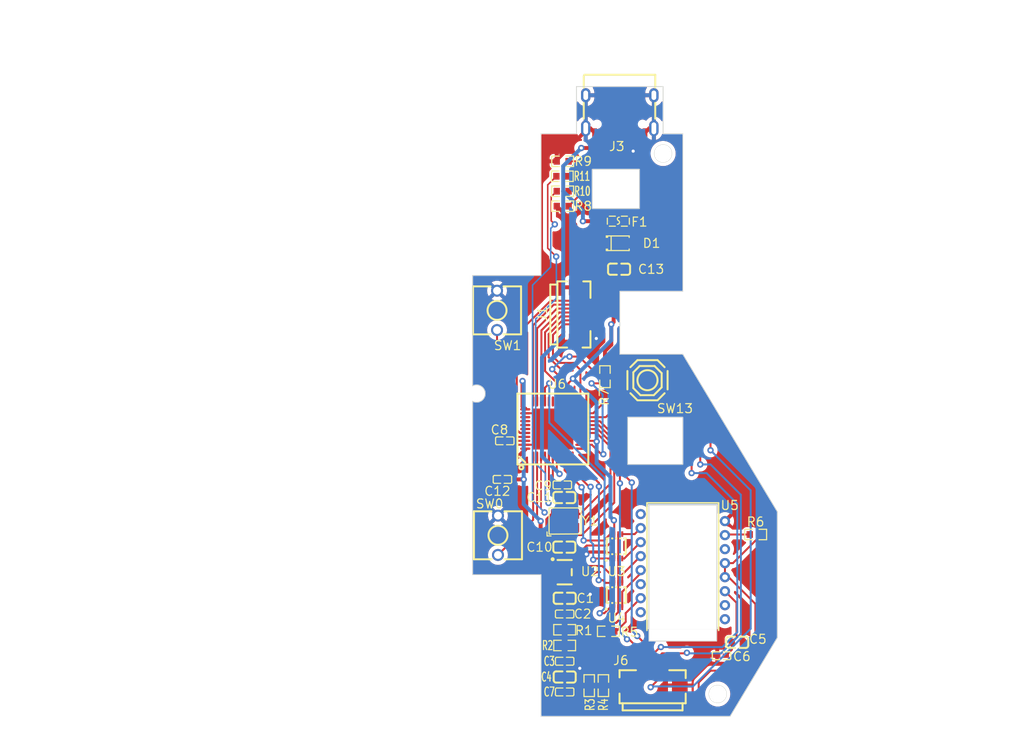
<source format=kicad_pcb>
(kicad_pcb (version 20221018) (generator pcbnew)
  (layers (0 "F.Cu" signal) (31 "B.Cu" signal) (34 "B.Paste" user) (35 "F.Paste" user) (36 "B.SilkS" user "B.Silkscreen") (37 "F.SilkS" user "F.Silkscreen") (38 "B.Mask" user) (39 "F.Mask" user) (44 "Edge.Cuts" user))
  (net 0 "")
  (net 1 "GND")
  (net 2 "RE0B")
  (net 3 "RE0A")
  (net 4 "NCS")
  (net 5 "MOSI")
  (net 6 "MISO")
  (net 7 "SCLK")
  (net 8 "VCC")
  (net 9 "RESET")
  (net 10 "Net-(U2-FB)")
  (net 11 "Net-(U2-OUT)")
  (net 12 "NCS1.9V")
  (net 13 "SCLK1.9V")
  (net 14 "MISO1.9V")
  (net 15 "MOSI1.9V")
  (net 16 "Net-(U5-VDDPIX)")
  (net 17 "Net-(U5-~{RESET})")
  (net 19 "Net-(U5-LED_P)")
  (net 20 "SW8")
  (net 21 "SW6")
  (net 22 "SW5")
  (net 23 "SW7")
  (net 24 "SW4")
  (net 25 "SW3")
  (net 26 "SW2")
  (net 27 "SW1")
  (net 28 "SW0")
  (net 29 "SW9")
  (net 30 "SW10")
  (net 31 "SW11")
  (net 32 "D-")
  (net 33 "D+")
  (net 34 "Net-(J3-CC1)")
  (net 35 "Net-(J3-CC2)")
  (net 36 "Net-(U6-XTAL1)")
  (net 37 "Net-(U6-XTAL2)")
  (net 38 "Net-(U6-AREF)")
  (net 39 "Net-(U6-UCAP)")
  (net 40 "VBUS")
  (net 52 "Net-(J3-D--Pad5)")
  (net 53 "Net-(J3-D+-Pad6)")
  (net 55 "Net-(D1-A)")
  (footprint "0:C0402" (layer "F.Cu") (at 121.388 107.6)
    (fp_text reference "C9")
    (fp_text value "1uF" hide)
  )
  (footprint "0:FFCｺﾈｸﾀ_FPC-SMD_P0.50-8P_FGS-XJ-H2.0" (layer "F.Cu") (at 132.85 131.74 180)
    (fp_text reference "J6")
    (fp_text value "Conn_01x8_Pin + 2" hide)
  )
  (footprint "0:TPS73601DBVR C59200" (layer "F.Cu") (at 121.683 118.69 180)
    (fp_text reference "U2")
    (fp_text value "TPS73601DBV" hide)
  )
  (footprint "0:C0603" (layer "F.Cu") (at 143.6 127.6)
    (fp_text reference "C5")
    (fp_text value "10uF" hide)
  )
  (footprint "0:C0603" (layer "F.Cu") (at 128.6 80.2)
    (fp_text reference "C13")
    (fp_text value "10uF" hide)
  )
  (footprint "0:C0402" (layer "F.Cu") (at 114.083 102 180)
    (fp_text reference "C8")
    (fp_text value "0.1uF" hide)
  )
  (footprint "0:R0603" (layer "F.Cu") (at 126.6 133.1 90)
    (fp_text reference "R4")
    (fp_text value "10k" hide)
  )
  (footprint "0:R0603" (layer "F.Cu") (at 121.383 68.39)
    (fp_text reference "R11")
    (fp_text value "22" hide)
  )
  (footprint "0:C0402" (layer "F.Cu") (at 121.683 130 180)
    (fp_text reference "C3")
    (fp_text value "0.1uF" hide)
  )
  (footprint "0:hole 2.2mm" (layer "F.Cu") (at 141.116 134.163)
    (fp_text reference "REF**" hide)
    (fp_text value "hole 2.2mm" hide)
  )
  (footprint "0:R0603" (layer "F.Cu") (at 121.43 66.49)
    (fp_text reference "R9")
    (fp_text value "5.1k" hide)
  )
  (footprint "0:R0603" (layer "F.Cu") (at 121.683 128 180)
    (fp_text reference "R2")
    (fp_text value "63.4k" hide)
  )
  (footprint "PMW3360DM-T2QU:PMW3360" (layer "F.Cu") (at 136.683 117.985 180)
    (fp_text reference "U5")
    (fp_text value "PMW3360DM-T2QU" hide)
    (fp_line (start -4.445 -7.9375) (end 4.445 -7.9375) (stroke (width 0.01)) (layer "Edge.Cuts"))
    (fp_line (start -4.445 7.9375) (end -4.445 -7.9375) (stroke (width 0.01)) (layer "Edge.Cuts"))
    (fp_line (start 4.445 -7.9375) (end 4.445 7.9375) (stroke (width 0.01)) (layer "Edge.Cuts"))
    (fp_line (start 4.445 7.9375) (end -4.445 7.9375) (stroke (width 0.01)) (layer "Edge.Cuts"))
  )
  (footprint "0:R0603" (layer "F.Cu") (at 127.233 126.2 180)
    (fp_text reference "R5")
    (fp_text value "39" hide)
  )
  (footprint "0:C0603" (layer "F.Cu") (at 121.633 115.5 180)
    (fp_text reference "C10")
    (fp_text value "22p" hide)
  )
  (footprint "0:hole 2.2mm" (layer "F.Cu") (at 134.183 65.5)
    (fp_text reference "REF**" hide)
    (fp_text value "hole 2.2mm" hide)
  )
  (footprint "0:R0603" (layer "F.Cu") (at 145.933 113.9 180)
    (fp_text reference "R6")
    (fp_text value "10k" hide)
  )
  (footprint "0:R0603" (layer "F.Cu") (at 121.43 70.29)
    (fp_text reference "R10")
    (fp_text value "22" hide)
  )
  (footprint "0:SW-SMD_4P-L5.1-W5.1-P3.70-LS6.5-TL-2" (layer "F.Cu") (at 132.2 94.3)
    (fp_text reference "SW13")
    (fp_text value "SW_RESET" hide)
  )
  (footprint "0:C0402" (layer "F.Cu") (at 121.683 133.9 180)
    (fp_text reference "C7")
    (fp_text value "0.1uF" hide)
  )
  (footprint "0:SW-TH_L6.2-W6.2-P5.00" (layer "F.Cu") (at 113.217 114 -90)
    (fp_text reference "SW0")
    (fp_text value "SW_PUSH" hide)
  )
  (footprint "0:Diode SOD-123FL_L2.7-W1.8-LS3.8-RD" (layer "F.Cu") (at 128.5 76.9)
    (fp_text reference "D1")
    (fp_text value "RB161MM-20" hide)
  )
  (footprint "0:TXS0102DCUR C53434" (layer "F.Cu") (at 128.233 115.4)
    (fp_text reference "U3")
    (fp_text value "TXS0102DCU" hide)
  )
  (footprint "0:ATMEGA32U4-MU VQFN-44_L7.0-W7.0-P0.50-BL-EP5.2" (layer "F.Cu") (at 120.183 100.5)
    (fp_text reference "U6")
    (fp_text value "ATmega32U4-M" hide)
  )
  (footprint "0:C0603" (layer "F.Cu") (at 121.683 132 180)
    (fp_text reference "C4")
    (fp_text value "10uF" hide)
  )
  (footprint "0:Crystals ROHS 16MHz OSC-SMD_4P-L3.2-W2.5-BL" (layer "F.Cu") (at 121.733 112.175)
    (fp_text reference "Y1")
    (fp_text value "16MHz" hide)
  )
  (footprint "0:C0603" (layer "F.Cu") (at 121.683 122 180)
    (fp_text reference "C1")
    (fp_text value "10uF" hide)
  )
  (footprint "0:Fuse 0603" (layer "F.Cu") (at 128.5 74.1 180)
    (fp_text reference "F1")
    (fp_text value "500mA" hide)
  )
  (footprint "0:R0603" (layer "F.Cu") (at 121.436 72.19)
    (fp_text reference "R8")
    (fp_text value "5.1k" hide)
  )
  (footprint "0:USB-C-SMD_TYPE-C-6PIN-2MD-073" (layer "F.Cu") (at 128.683 60.475 180)
    (fp_text reference "J3")
    (fp_text value "USB_C_Receptacle_USB2.0" hide)
  )
  (footprint "0:SW-TH_L6.2-W6.2-P5.00" (layer "F.Cu") (at 113.1 85.428 -90)
    (fp_text reference "SW1")
    (fp_text value "SW_PUSH" hide)
  )
  (footprint "0:C0402" (layer "F.Cu") (at 141.6 129.3 180)
    (fp_text reference "C6")
    (fp_text value "0.1uF" hide)
  )
  (footprint "0:C0402" (layer "F.Cu") (at 121.683 124 180)
    (fp_text reference "C2")
    (fp_text value "0.1uF" hide)
  )
  (footprint "0:R0603" (layer "F.Cu") (at 124.8 133.1 90)
    (fp_text reference "R3")
    (fp_text value "10k" hide)
  )
  (footprint "0:FFCｺﾈｸﾀ_FPC-SMD_P0.50-8P_FGS-XJ-H2.0" (layer "F.Cu") (at 124.36 85.95 90)
    (fp_text reference "J1")
    (fp_text value "Conn_01x8_Pin + 2" hide)
  )
  (footprint "0:TXS0102DCUR C53434" (layer "F.Cu") (at 128.233 121.6)
    (fp_text reference "U4")
    (fp_text value "TXS0102DCU" hide)
  )
  (footprint "0:C0603" (layer "F.Cu") (at 121.633 109.2 180)
    (fp_text reference "C11")
    (fp_text value "22p" hide)
  )
  (footprint "0:R0603" (layer "F.Cu") (at 126.8 93.853 90)
    (fp_text reference "R7")
    (fp_text value "10k" hide)
  )
  (footprint "0:R0603" (layer "F.Cu") (at 121.683 126 180)
    (fp_text reference "R1")
    (fp_text value "37.4k" hide)
  )
  (footprint "0:C0402" (layer "F.Cu") (at 113.783 106.9 180)
    (fp_text reference "C12")
    (fp_text value "0.1uF" hide)
  )
  (gr_line (start 123.183 57) (end 134.183 57) (stroke (width 0.1)) (layer "Edge.Cuts"))
  (gr_line (start 125.183 72.5) (end 125.183 67.5) (stroke (width 0.1)) (layer "Edge.Cuts"))
  (gr_line (start 128.683 91) (end 136.683 91) (stroke (width 0.1)) (layer "Edge.Cuts"))
  (gr_line (start 131.183 67.5) (end 131.183 72.5) (stroke (width 0.1)) (layer "Edge.Cuts"))
  (gr_line (start 136.683 83) (end 128.683 83) (stroke (width 0.1)) (layer "Edge.Cuts"))
  (gr_arc (start 110 95.020001) (mid 111.600181 96) (end 110 96.979999) (stroke (width 0.1)) (layer "Edge.Cuts"))
  (gr_line (start 125.183 72.5) (end 131.183 72.5) (stroke (width 0.1)) (layer "Edge.Cuts"))
  (gr_line (start 123.183 63) (end 123.183 57) (stroke (width 0.1)) (layer "Edge.Cuts"))
  (gr_line (start 110 81) (end 110 95.02) (stroke (width 0.1)) (layer "Edge.Cuts"))
  (gr_line (start 118.683 137) (end 118.683 119) (stroke (width 0.1)) (layer "Edge.Cuts"))
  (gr_line (start 129.683 99) (end 136.683 99) (stroke (width 0.1)) (layer "Edge.Cuts"))
  (gr_line (start 132.383 127.44) (end 132.383 110.18) (stroke (width 0.1)) (layer "Edge.Cuts"))
  (gr_circle (center 134.183 65.5) (end 135.283 65.5) (stroke (width 0.1)) (fill none) (layer "Edge.Cuts"))
  (gr_line (start 148.683 127) (end 142.683 137) (stroke (width 0.1)) (layer "Edge.Cuts"))
  (gr_line (start 118.683 119) (end 110 119) (stroke (width 0.1)) (layer "Edge.Cuts"))
  (gr_line (start 136.683 91) (end 148.683 111) (stroke (width 0.1)) (layer "Edge.Cuts"))
  (gr_line (start 140.983 110.18) (end 140.983 127.44) (stroke (width 0.1)) (layer "Edge.Cuts"))
  (gr_circle (center 141.116 134.163) (end 142.216 134.163) (stroke (width 0.1)) (fill none) (layer "Edge.Cuts"))
  (gr_line (start 132.383 127.44) (end 140.983 127.44) (stroke (width 0.1)) (layer "Edge.Cuts"))
  (gr_line (start 136.683 63) (end 136.683 83) (stroke (width 0.1)) (layer "Edge.Cuts"))
  (gr_line (start 118.683 81) (end 118.683 63) (stroke (width 0.1)) (layer "Edge.Cuts"))
  (gr_line (start 134.183 63) (end 136.683 63) (stroke (width 0.1)) (layer "Edge.Cuts"))
  (gr_line (start 148.683 111) (end 148.683 127) (stroke (width 0.1)) (layer "Edge.Cuts"))
  (gr_line (start 128.683 83) (end 128.683 91) (stroke (width 0.1)) (layer "Edge.Cuts"))
  (gr_line (start 136.683 105) (end 129.683 105) (stroke (width 0.1)) (layer "Edge.Cuts"))
  (gr_line (start 132.383 110.18) (end 140.983 110.18) (stroke (width 0.1)) (layer "Edge.Cuts"))
  (gr_line (start 134.183 57) (end 134.183 63) (stroke (width 0.1)) (layer "Edge.Cuts"))
  (gr_line (start 118.683 137) (end 142.683 137) (stroke (width 0.1)) (layer "Edge.Cuts"))
  (gr_line (start 136.683 99) (end 136.683 105) (stroke (width 0.1)) (layer "Edge.Cuts"))
  (gr_line (start 110 81) (end 118.683 81) (stroke (width 0.1)) (layer "Edge.Cuts"))
  (gr_line (start 110 119) (end 110 96.98) (stroke (width 0.1)) (layer "Edge.Cuts"))
  (gr_line (start 118.683 63) (end 123.183 63) (stroke (width 0.1)) (layer "Edge.Cuts"))
  (gr_line (start 125.183 67.5) (end 131.183 67.5) (stroke (width 0.1)) (layer "Edge.Cuts"))
  (gr_line (start 129.683 105) (end 129.683 99) (stroke (width 0.1)) (layer "Edge.Cuts"))
  (segment (start 120.833 111.3) (end 120.633 111.3) (width 0.5) (layer "F.Cu") (net 1))
  (segment (start 119.683 104) (end 119.683 107.95) (width 0.25) (layer "F.Cu") (net 1))
  (segment (start 127.846 116.2) (end 124.633 116.2) (width 0.25) (layer "F.Cu") (net 1))
  (segment (start 124.933 62.3) (end 125.483 62.85) (width 0.5) (layer "F.Cu") (net 1))
  (segment (start 113.908 102.595) (end 113.538 102.225) (width 0.25) (layer "F.Cu") (net 1))
  (segment (start 115.253 102.595) (end 113.908 102.595) (width 0.25) (layer "F.Cu") (net 1))
  (segment (start 123.02 74.527) (end 123.02 82.5) (width 0.5) (layer "F.Cu") (net 1))
  (segment (start 124.358 62.625) (end 124.358 62.3) (width 0.5) (layer "F.Cu") (net 1))
  (segment (start 118.183 102.5) (end 120.183 100.5) (width 0.25) (layer "F.Cu") (net 1))
  (segment (start 119.683 107.95) (end 120.933 109.2) (width 0.25) (layer "F.Cu") (net 1))
  (segment (start 124.72 87.7) (end 123.02 89.4) (width 0.25) (layer "F.Cu") (net 1))
  (segment (start 119.483 112) (end 120.183 111.3) (width 0.5) (layer "F.Cu") (net 1))
  (segment (start 124.633 116.2) (end 124.433 116.4) (width 0.25) (layer "F.Cu") (net 1))
  (segment (start 120.93 128) (end 120.077 127.147) (width 0.5) (layer "F.Cu") (net 1))
  (segment (start 120.933 111) (end 120.633 111.3) (width 0.5) (layer "F.Cu") (net 1))
  (segment (start 120.077 125.061) (end 121.138 124) (width 0.5) (layer "F.Cu") (net 1))
  (segment (start 121.933 107.6) (end 121.933 108.075) (width 0.5) (layer "F.Cu") (net 1))
  (segment (start 119.683 101) (end 120.183 100.5) (width 0.25) (layer "F.Cu") (net 1))
  (segment (start 119.683 104) (end 119.683 101) (width 0.25) (layer "F.Cu") (net 1))
  (segment (start 122.833 113) (end 122.433 112.6) (width 0.5) (layer "F.Cu") (net 1))
  (segment (start 121.933 108.075) (end 120.933 109.075) (width 0.5) (layer "F.Cu") (net 1))
  (segment (start 126.946 121.5) (end 127.979 122.533) (width 0.25) (layer "F.Cu") (net 1))
  (segment (start 120.677 66.306) (end 124.358 62.625) (width 0.5) (layer "F.Cu") (net 1))
  (segment (start 127.979 116.333) (end 127.846 116.2) (width 0.25) (layer "F.Cu") (net 1))
  (segment (start 127.979 116.95) (end 127.979 116.333) (width 0.25) (layer "F.Cu") (net 1))
  (segment (start 120.93 128) (end 120.293 128.637) (width 0.5) (layer "F.Cu") (net 1))
  (segment (start 122.133 112.6) (end 120.833 111.3) (width 0.5) (layer "F.Cu") (net 1))
  (segment (start 120.677 66.49) (end 120.677 66.306) (width 0.5) (layer "F.Cu") (net 1))
  (segment (start 120.077 127.147) (end 120.077 125.061) (width 0.5) (layer "F.Cu") (net 1))
  (segment (start 115.348 102.5) (end 115.253 102.595) (width 0.25) (layer "F.Cu") (net 1))
  (segment (start 122.833 113.05) (end 122.833 113) (width 0.5) (layer "F.Cu") (net 1))
  (segment (start 120.293 131.31) (end 120.983 132) (width 0.5) (layer "F.Cu") (net 1))
  (segment (start 116.683 102.5) (end 118.183 102.5) (width 0.25) (layer "F.Cu") (net 1))
  (segment (start 120.933 115.45) (end 119.483 114) (width 0.5) (layer "F.Cu") (net 1))
  (segment (start 131.883 63.7) (end 130.383 65.2) (width 0.5) (layer "F.Cu") (net 1))
  (segment (start 122.433 112.6) (end 122.133 112.6) (width 0.5) (layer "F.Cu") (net 1))
  (segment (start 125.7 87.7) (end 124.72 87.7) (width 0.25) (layer "F.Cu") (net 1))
  (segment (start 120.383 118.69) (end 119.633 118.69) (width 0.5) (layer "F.Cu") (net 1))
  (segment (start 133.008 62.3) (end 132.433 62.3) (width 0.5) (layer "F.Cu") (net 1))
  (segment (start 120.933 109.2) (end 120.933 111) (width 0.5) (layer "F.Cu") (net 1))
  (segment (start 124.358 62.3) (end 124.933 62.3) (width 0.5) (layer "F.Cu") (net 1))
  (segment (start 132.433 62.3) (end 131.883 62.85) (width 0.5) (layer "F.Cu") (net 1))
  (segment (start 118.183 98.5) (end 120.183 100.5) (width 0.25) (layer "F.Cu") (net 1))
  (segment (start 116.683 102.5) (end 115.348 102.5) (width 0.25) (layer "F.Cu") (net 1))
  (segment (start 119.483 114) (end 119.483 112) (width 0.5) (layer "F.Cu") (net 1))
  (segment (start 122.683 98) (end 120.183 100.5) (width 0.25) (layer "F.Cu") (net 1))
  (segment (start 113.538 102.225) (end 113.538 102) (width 0.25) (layer "F.Cu") (net 1))
  (segment (start 124.358 62.7) (end 124.358 62.809) (width 0.5) (layer "F.Cu") (net 1))
  (segment (start 134.6 131.38) (end 136.3 133.08) (width 0.25) (layer "F.Cu") (net 1))
  (segment (start 120.933 109.075) (end 120.933 109.2) (width 0.5) (layer "F.Cu") (net 1))
  (segment (start 131.883 62.85) (end 131.883 63.7) (width 0.5) (layer "F.Cu") (net 1))
  (segment (start 124.933 121.5) (end 126.946 121.5) (width 0.25) (layer "F.Cu") (net 1))
  (segment (start 134.6 130.4) (end 134.6 131.38) (width 0.25) (layer "F.Cu") (net 1))
  (segment (start 119.233 119.09) (end 119.233 120.25) (width 0.5) (layer "F.Cu") (net 1))
  (segment (start 127.979 122.533) (end 127.979 123.15) (width 0.25) (layer "F.Cu") (net 1))
  (segment (start 123.683 101.5) (end 121.183 101.5) (width 0.25) (layer "F.Cu") (net 1))
  (segment (start 120.183 111.3) (end 120.633 111.3) (width 0.5) (layer "F.Cu") (net 1))
  (segment (start 122.683 97) (end 122.683 98) (width 0.25) (layer "F.Cu") (net 1))
  (segment (start 119.633 118.69) (end 119.233 119.09) (width 0.5) (layer "F.Cu") (net 1))
  (segment (start 116.683 98.5) (end 118.183 98.5) (width 0.25) (layer "F.Cu") (net 1))
  (segment (start 122.783 113.05) (end 122.633 112.9) (width 0.5) (layer "F.Cu") (net 1))
  (segment (start 120.683 72.19) (end 123.02 74.527) (width 0.5) (layer "F.Cu") (net 1))
  (segment (start 119.233 120.25) (end 120.983 122) (width 0.5) (layer "F.Cu") (net 1))
  (segment (start 120.933 115.5) (end 120.933 115.45) (width 0.5) (layer "F.Cu") (net 1))
  (segment (start 120.293 128.637) (end 120.293 131.31) (width 0.5) (layer "F.Cu") (net 1))
  (segment (start 121.183 101.5) (end 120.183 100.5) (width 0.25) (layer "F.Cu") (net 1))
  (via (at 130.383 65.2) (size 0.8) (drill 0.4) (layers "F.Cu" "B.Cu") (net 1))
  (via (at 125.7 89) (size 0.8) (drill 0.4) (layers "F.Cu" "B.Cu") (net 1))
  (via (at 123.6 130.9) (size 0.8) (drill 0.4) (layers "F.Cu" "B.Cu") (net 1))
  (via (at 124.933 121.5) (size 0.8) (drill 0.4) (layers "F.Cu" "B.Cu") (net 1))
  (via (at 124.433 116.4) (size 0.8) (drill 0.4) (layers "F.Cu" "B.Cu") (net 1))
  (segment (start 123.683 92.983) (end 123.683 98) (width 0.25) (layer "F.Cu") (net 2))
  (segment (start 121 92.1) (end 122.8 92.1) (width 0.25) (layer "F.Cu") (net 2))
  (segment (start 125.698 87.202) (end 121.534396 87.202) (width 0.25) (layer "F.Cu") (net 2))
  (segment (start 120.2 91.3) (end 121 92.1) (width 0.25) (layer "F.Cu") (net 2))
  (segment (start 121.534396 87.202) (end 120.2 88.536396) (width 0.25) (layer "F.Cu") (net 2))
  (segment (start 120.2 88.536396) (end 120.2 91.3) (width 0.25) (layer "F.Cu") (net 2))
  (segment (start 122.8 92.1) (end 123.683 92.983) (width 0.25) (layer "F.Cu") (net 2))
  (segment (start 121.4 86.7) (end 119.65 88.45) (width 0.25) (layer "F.Cu") (net 3))
  (segment (start 120.813604 92.55) (end 120.85 92.55) (width 0.25) (layer "F.Cu") (net 3))
  (segment (start 120.85 92.55) (end 121.683 93.383) (width 0.25) (layer "F.Cu") (net 3))
  (segment (start 125.7 86.7) (end 121.4 86.7) (width 0.25) (layer "F.Cu") (net 3))
  (segment (start 119.65 88.45) (end 119.65 91.386396) (width 0.25) (layer "F.Cu") (net 3))
  (segment (start 121.683 93.383) (end 121.683 97) (width 0.25) (layer "F.Cu") (net 3))
  (segment (start 119.65 91.386396) (end 120.813604 92.55) (width 0.25) (layer "F.Cu") (net 3))
  (segment (start 126.721 123.9) (end 127.471 123.15) (width 0.25) (layer "F.Cu") (net 4))
  (segment (start 119.183 97) (end 119.183 95.25) (width 0.25) (layer "F.Cu") (net 4))
  (segment (start 126.133 123.9) (end 126.721 123.9) (width 0.25) (layer "F.Cu") (net 4))
  (segment (start 119.183 95.25) (end 119.733 94.7) (width 0.25) (layer "F.Cu") (net 4))
  (via (at 119.733 94.7) (size 0.8) (drill 0.4) (layers "F.Cu" "B.Cu") (net 4))
  (via (at 126.133 123.9) (size 0.8) (drill 0.4) (layers "F.Cu" "B.Cu") (net 4))
  (segment (start 126.733 123.3) (end 126.733 108.125305) (width 0.25) (layer "B.Cu") (net 4))
  (segment (start 126.133 123.9) (end 126.733 123.3) (width 0.25) (layer "B.Cu") (net 4))
  (segment (start 126.758 108.100305) (end 126.758 106.725) (width 0.25) (layer "B.Cu") (net 4))
  (segment (start 126.733 108.125305) (end 126.758 108.100305) (width 0.25) (layer "B.Cu") (net 4))
  (segment (start 119.733 99.7) (end 119.733 94.7) (width 0.25) (layer "B.Cu") (net 4))
  (segment (start 126.758 106.725) (end 119.733 99.7) (width 0.25) (layer "B.Cu") (net 4))
  (segment (start 124.970701 107.837701) (end 124.796006 107.837701) (width 0.25) (layer "F.Cu") (net 5))
  (segment (start 122.183 105.224695) (end 122.183 104) (width 0.25) (layer "F.Cu") (net 5))
  (segment (start 125.4585 116.95) (end 127.437 116.95) (width 0.25) (layer "F.Cu") (net 5))
  (segment (start 125.3085 117.1) (end 125.4585 116.95) (width 0.25) (layer "F.Cu") (net 5))
  (segment (start 124.796006 107.837701) (end 122.183 105.224695) (width 0.25) (layer "F.Cu") (net 5))
  (via (at 125.3085 117.1) (size 0.8) (drill 0.4) (layers "F.Cu" "B.Cu") (net 5))
  (via (at 124.970701 107.837701) (size 0.8) (drill 0.4) (layers "F.Cu" "B.Cu") (net 5))
  (segment (start 125.3085 117.1) (end 125.3085 115.141832) (width 0.25) (layer "B.Cu") (net 5))
  (segment (start 124.970701 114.804033) (end 124.970701 107.837701) (width 0.25) (layer "B.Cu") (net 5))
  (segment (start 125.3085 115.141832) (end 124.970701 114.804033) (width 0.25) (layer "B.Cu") (net 5))
  (segment (start 126.533 119.7) (end 126.883 120.05) (width 0.25) (layer "F.Cu") (net 6))
  (segment (start 126.033 107.35) (end 122.683 104) (width 0.25) (layer "F.Cu") (net 6))
  (segment (start 126.033 107.8) (end 126.033 107.35) (width 0.25) (layer "F.Cu") (net 6))
  (segment (start 126.0085 119.7) (end 126.533 119.7) (width 0.25) (layer "F.Cu") (net 6))
  (segment (start 126.883 120.05) (end 127.471 120.05) (width 0.25) (layer "F.Cu") (net 6))
  (via (at 126.0085 119.7) (size 0.8) (drill 0.4) (layers "F.Cu" "B.Cu") (net 6))
  (via (at 126.033 107.8) (size 0.8) (drill 0.4) (layers "F.Cu" "B.Cu") (net 6))
  (segment (start 126.0085 119.7) (end 126.033 119.6755) (width 0.25) (layer "B.Cu") (net 6))
  (segment (start 126.033 119.6755) (end 126.033 107.8) (width 0.25) (layer "B.Cu") (net 6))
  (segment (start 127.437 113.884) (end 127.437 113.85) (width 0.25) (layer "F.Cu") (net 7))
  (segment (start 126.658678 114.662322) (end 127.437 113.884) (width 0.25) (layer "F.Cu") (net 7))
  (segment (start 124.087107 114.662322) (end 126.658678 114.662322) (width 0.25) (layer "F.Cu") (net 7))
  (segment (start 121.683 105.749294) (end 121.683 104) (width 0.25) (layer "F.Cu") (net 7))
  (segment (start 123.833353 107.899647) (end 121.683 105.749294) (width 0.25) (layer "F.Cu") (net 7))
  (via (at 124.087107 114.662322) (size 0.8) (drill 0.4) (layers "F.Cu" "B.Cu") (net 7))
  (via (at 123.833353 107.899647) (size 0.8) (drill 0.4) (layers "F.Cu" "B.Cu") (net 7))
  (segment (start 124.033 114.608215) (end 124.033 108.099294) (width 0.25) (layer "B.Cu") (net 7))
  (segment (start 124.087107 114.662322) (end 124.033 114.608215) (width 0.25) (layer "B.Cu") (net 7))
  (segment (start 124.033 108.099294) (end 123.833353 107.899647) (width 0.25) (layer "B.Cu") (net 7))
  (segment (start 114.328 106.9) (end 114.328 105.455) (width 0.5) (layer "F.Cu") (net 8))
  (segment (start 127.979 113.85) (end 127.979 114.467) (width 0.25) (layer "F.Cu") (net 8))
  (segment (start 123.793 117.1) (end 122.674734 117.1) (width 0.25) (layer "F.Cu") (net 8))
  (segment (start 127.979 119.433) (end 126.446 117.9) (width 0.25) (layer "F.Cu") (net 8))
  (segment (start 116.333 94.4) (end 116.333 97.65) (width 0.5) (layer "F.Cu") (net 8))
  (segment (start 127.9 86.9) (end 127.6 87.2) (width 0.5) (layer "F.Cu") (net 8))
  (segment (start 124.593 117.9) (end 123.793 117.1) (width 0.25) (layer "F.Cu") (net 8))
  (segment (start 122.383 122) (end 122.383 123.845) (width 0.5) (layer "F.Cu") (net 8))
  (segment (start 122.674734 117.1) (end 121.023 117.1) (width 0.25) (layer "F.Cu") (net 8))
  (segment (start 123.683 102) (end 125.657598 102) (width 0.25) (layer "F.Cu") (net 8))
  (segment (start 118.183 111.75) (end 118.633 112.2) (width 0.25) (layer "F.Cu") (net 8))
  (segment (start 121.733 119.29) (end 121.383 119.64) (width 0.5) (layer "F.Cu") (net 8))
  (segment (start 121.733 118.2) (end 121.733 119.29) (width 0.5) (layer "F.Cu") (net 8))
  (segment (start 114.328 105.455) (end 116.683 103.1) (width 0.5) (layer "F.Cu") (net 8))
  (segment (start 118.633 112.2) (end 118.633 115.99) (width 0.5) (layer "F.Cu") (net 8))
  (segment (start 127.979 113.85) (end 127.979 112.146) (width 0.25) (layer "F.Cu") (net 8))
  (segment (start 121.273 117.74) (end 121.733 118.2) (width 0.5) (layer "F.Cu") (net 8))
  (segment (start 127.9 80.2) (end 127.9 86.9) (width 0.5) (layer "F.Cu") (net 8))
  (segment (start 127.6 89.8) (end 126.8 90.6) (width 0.5) (layer "F.Cu") (net 8))
  (segment (start 124.474734 115.3) (end 122.674734 117.1) (width 0.25) (layer "F.Cu") (net 8))
  (segment (start 122.183 97) (end 122.183 94.65) (width 0.25) (layer "F.Cu") (net 8))
  (segment (start 126.765 79.065) (end 127.9 80.2) (width 0.5) (layer "F.Cu") (net 8))
  (segment (start 122.183 94.65) (end 122.733 94.1) (width 0.25) (layer "F.Cu") (net 8))
  (segment (start 116.333 97.65) (end 116.583 97.9) (width 0.5) (layer "F.Cu") (net 8))
  (segment (start 122.383 121.64) (end 120.383 119.64) (width 0.5) (layer "F.Cu") (net 8))
  (segment (start 126.446 117.9) (end 124.593 117.9) (width 0.25) (layer "F.Cu") (net 8))
  (segment (start 120.383 117.74) (end 121.273 117.74) (width 0.5) (layer "F.Cu") (net 8))
  (segment (start 127.146 115.3) (end 124.474734 115.3) (width 0.25) (layer "F.Cu") (net 8))
  (segment (start 126.8 90.6) (end 126.8 93.1) (width 0.5) (layer "F.Cu") (net 8))
  (segment (start 127.6 87.2) (end 127.6 89.8) (width 0.5) (layer "F.Cu") (net 8))
  (segment (start 118.183 104) (end 118.183 111.75) (width 0.25) (layer "F.Cu") (net 8))
  (segment (start 121.023 117.1) (end 120.383 117.74) (width 0.25) (layer "F.Cu") (net 8))
  (segment (start 116.583 97.9) (end 116.683 97.9) (width 0.5) (layer "F.Cu") (net 8))
  (segment (start 127.979 112.146) (end 127.933 112.1) (width 0.25) (layer "F.Cu") (net 8))
  (segment (start 125.657598 102) (end 125.745299 102.087701) (width 0.25) (layer "F.Cu") (net 8))
  (segment (start 121.383 119.64) (end 120.383 119.64) (width 0.5) (layer "F.Cu") (net 8))
  (segment (start 116.483 106.9) (end 114.328 106.9) (width 0.5) (layer "F.Cu") (net 8))
  (segment (start 126.765 76.9) (end 126.765 79.065) (width 0.5) (layer "F.Cu") (net 8))
  (segment (start 122.383 123.845) (end 122.228 124) (width 0.5) (layer "F.Cu") (net 8))
  (segment (start 122.383 122) (end 122.383 121.64) (width 0.5) (layer "F.Cu") (net 8))
  (segment (start 127.979 114.467) (end 127.146 115.3) (width 0.25) (layer "F.Cu") (net 8))
  (segment (start 127.979 120.05) (end 127.979 119.433) (width 0.25) (layer "F.Cu") (net 8))
  (segment (start 118.633 115.99) (end 120.383 117.74) (width 0.5) (layer "F.Cu") (net 8))
  (via (at 116.483 106.9) (size 0.8) (drill 0.4) (layers "F.Cu" "B.Cu") (net 8))
  (via (at 116.333 94.4) (size 0.8) (drill 0.4) (layers "F.Cu" "B.Cu") (net 8))
  (via (at 118.633 112.2) (size 0.8) (drill 0.4) (layers "F.Cu" "B.Cu") (net 8))
  (via (at 122.733 94.1) (size 0.8) (drill 0.4) (layers "F.Cu" "B.Cu") (net 8))
  (via (at 127.933 112.1) (size 0.8) (drill 0.4) (layers "F.Cu" "B.Cu") (net 8))
  (via (at 127.6 87.2) (size 0.8) (drill 0.4) (layers "F.Cu" "B.Cu") (net 8))
  (via (at 125.745299 102.087701) (size 0.8) (drill 0.4) (layers "F.Cu" "B.Cu") (net 8))
  (segment (start 127.5 106.6) (end 127.5 111.667) (width 0.5) (layer "B.Cu") (net 8))
  (segment (start 125.745299 102.087701) (end 125.745299 104.845299) (width 0.5) (layer "B.Cu") (net 8))
  (segment (start 125.745299 102.087701) (end 125.745299 99.686994) (width 0.5) (layer "B.Cu") (net 8))
  (segment (start 116.483 94.55) (end 116.333 94.4) (width 0.5) (layer "B.Cu") (net 8))
  (segment (start 125.733 99.674695) (end 125.733 97.1) (width 0.5) (layer "B.Cu") (net 8))
  (segment (start 116.483 110.05) (end 118.633 112.2) (width 0.5) (layer "B.Cu") (net 8))
  (segment (start 125.745299 104.845299) (end 127.5 106.6) (width 0.5) (layer "B.Cu") (net 8))
  (segment (start 127.5 111.667) (end 127.933 112.1) (width 0.5) (layer "B.Cu") (net 8))
  (segment (start 125.733 97.1) (end 122.733 94.1) (width 0.5) (layer "B.Cu") (net 8))
  (segment (start 116.483 106.9) (end 116.483 110.05) (width 0.5) (layer "B.Cu") (net 8))
  (segment (start 127.6 89.233) (end 122.733 94.1) (width 0.5) (layer "B.Cu") (net 8))
  (segment (start 116.483 106.9) (end 116.483 94.55) (width 0.5) (layer "B.Cu") (net 8))
  (segment (start 127.6 87.2) (end 127.6 89.233) (width 0.5) (layer "B.Cu") (net 8))
  (segment (start 125.745299 99.686994) (end 125.733 99.674695) (width 0.5) (layer "B.Cu") (net 8))
  (segment (start 126.332293 103.7) (end 125.132293 102.5) (width 0.25) (layer "F.Cu") (net 9))
  (segment (start 125.132293 102.5) (end 123.683 102.5) (width 0.25) (layer "F.Cu") (net 9))
  (segment (start 126.8 94.606) (end 126.8 94.75) (width 0.25) (layer "F.Cu") (net 9))
  (segment (start 127.356 94.606) (end 128.9 96.15) (width 0.25) (layer "F.Cu") (net 9))
  (segment (start 125.1 94.7) (end 126.706 94.7) (width 0.25) (layer "F.Cu") (net 9))
  (segment (start 126.8 94.606) (end 127.356 94.606) (width 0.25) (layer "F.Cu") (net 9))
  (segment (start 126.706 94.7) (end 126.8 94.606) (width 0.25) (layer "F.Cu") (net 9))
  (segment (start 126.594799 103.7) (end 126.332293 103.7) (width 0.25) (layer "F.Cu") (net 9))
  (via (at 125.1 94.7) (size 0.8) (drill 0.4) (layers "F.Cu" "B.Cu") (net 9))
  (via (at 126.594799 103.7) (size 0.8) (drill 0.4) (layers "F.Cu" "B.Cu") (net 9))
  (segment (start 125.1 94.7) (end 126.5 96.1) (width 0.25) (layer "B.Cu") (net 9))
  (segment (start 126.5 96.1) (end 126.5 103.605201) (width 0.25) (layer "B.Cu") (net 9))
  (segment (start 126.5 103.605201) (end 126.594799 103.7) (width 0.25) (layer "B.Cu") (net 9))
  (segment (start 121.138 129.298) (end 121.138 130) (width 0.25) (layer "F.Cu") (net 10))
  (segment (start 121.687 125.243) (end 120.93 126) (width 0.25) (layer "F.Cu") (net 10))
  (segment (start 123.108 124.325) (end 122.19 125.243) (width 0.25) (layer "F.Cu") (net 10))
  (segment (start 123.108 119.765) (end 123.108 124.325) (width 0.25) (layer "F.Cu") (net 10))
  (segment (start 122.19 125.243) (end 121.687 125.243) (width 0.25) (layer "F.Cu") (net 10))
  (segment (start 122.436 128) (end 121.138 129.298) (width 0.25) (layer "F.Cu") (net 10))
  (segment (start 120.93 126) (end 120.93 126.494) (width 0.25) (layer "F.Cu") (net 10))
  (segment (start 122.983 119.64) (end 123.108 119.765) (width 0.25) (layer "F.Cu") (net 10))
  (segment (start 120.93 126.494) (end 122.436 128) (width 0.25) (layer "F.Cu") (net 10))
  (segment (start 122.636 126.2) (end 122.436 126) (width 0.25) (layer "F.Cu") (net 11))
  (segment (start 128.487 123.15) (end 128.487 123.767) (width 0.25) (layer "F.Cu") (net 11))
  (segment (start 128.147 135.4) (end 126.6 133.853) (width 0.25) (layer "F.Cu") (net 11))
  (segment (start 138.7 132.7) (end 138.7 134.3) (width 0.25) (layer "F.Cu") (net 11))
  (segment (start 142.033 117.54) (end 142.033 119.32) (width 0.25) (layer "F.Cu") (net 11))
  (segment (start 128.487 113.85) (end 128.487 116.95) (width 0.25) (layer "F.Cu") (net 11))
  (segment (start 122.383 132) (end 122.383 133.745) (width 0.25) (layer "F.Cu") (net 11))
  (segment (start 128.487 123.15) (end 128.487 120.05) (width 0.25) (layer "F.Cu") (net 11))
  (segment (start 128.487 116.95) (end 128.487 120.05) (width 0.25) (layer "F.Cu") (net 11))
  (segment (start 137.6 135.4) (end 128.147 135.4) (width 0.25) (layer "F.Cu") (net 11))
  (segment (start 126.48 125.774) (end 126.48 126.2) (width 0.25) (layer "F.Cu") (net 11))
  (segment (start 140.2 131.2) (end 138.7 132.7) (width 0.25) (layer "F.Cu") (net 11))
  (segment (start 123.164 129.064) (end 122.228 130) (width 0.25) (layer "F.Cu") (net 11))
  (segment (start 122.228 131.845) (end 122.383 132) (width 0.25) (layer "F.Cu") (net 11))
  (segment (start 123.833 118.59) (end 123.833 124.603) (width 0.25) (layer "F.Cu") (net 11))
  (segment (start 142.033 119.32) (end 142.503 119.32) (width 0.25) (layer "F.Cu") (net 11))
  (segment (start 123.164 126.728) (end 123.164 129.064) (width 0.25) (layer "F.Cu") (net 11))
  (segment (start 126.48 126.2) (end 122.636 126.2) (width 0.25) (layer "F.Cu") (net 11))
  (segment (start 145.9 128.6) (end 143.3 131.2) (width 0.25) (layer "F.Cu") (net 11))
  (segment (start 124.8 133.853) (end 126.6 133.853) (width 0.25) (layer "F.Cu") (net 11))
  (segment (start 128.487 123.767) (end 126.48 125.774) (width 0.25) (layer "F.Cu") (net 11))
  (segment (start 122.383 133.745) (end 122.228 133.9) (width 0.25) (layer "F.Cu") (net 11))
  (segment (start 138.7 134.3) (end 137.6 135.4) (width 0.25) (layer "F.Cu") (net 11))
  (segment (start 143.046 117.54) (end 142.033 117.54) (width 0.25) (layer "F.Cu") (net 11))
  (segment (start 122.436 126) (end 123.164 126.728) (width 0.25) (layer "F.Cu") (net 11))
  (segment (start 124.753 133.9) (end 124.8 133.853) (width 0.25) (layer "F.Cu") (net 11))
  (segment (start 123.833 124.603) (end 122.436 126) (width 0.25) (layer "F.Cu") (net 11))
  (segment (start 122.983 117.74) (end 123.833 118.59) (width 0.25) (layer "F.Cu") (net 11))
  (segment (start 145.9 122.717) (end 145.9 128.6) (width 0.25) (layer "F.Cu") (net 11))
  (segment (start 122.228 133.9) (end 124.753 133.9) (width 0.25) (layer "F.Cu") (net 11))
  (segment (start 122.228 130) (end 122.228 131.845) (width 0.25) (layer "F.Cu") (net 11))
  (segment (start 142.503 119.32) (end 145.9 122.717) (width 0.25) (layer "F.Cu") (net 11))
  (segment (start 143.3 131.2) (end 140.2 131.2) (width 0.25) (layer "F.Cu") (net 11))
  (segment (start 146.686 113.9) (end 143.046 117.54) (width 0.25) (layer "F.Cu") (net 11))
  (segment (start 128.995 123.15) (end 128.995 121.169141) (width 0.25) (layer "F.Cu") (net 12))
  (segment (start 131.333 118.831141) (end 131.333 118.43) (width 0.25) (layer "F.Cu") (net 12))
  (segment (start 128.995 121.169141) (end 131.333 118.831141) (width 0.25) (layer "F.Cu") (net 12))
  (segment (start 128.995 113.85) (end 130.573 113.85) (width 0.25) (layer "F.Cu") (net 13))
  (segment (start 130.573 113.85) (end 131.333 113.09) (width 0.25) (layer "F.Cu") (net 13))
  (segment (start 128.995 120.05) (end 128.995 118.988) (width 0.25) (layer "F.Cu") (net 14))
  (segment (start 128.995 118.988) (end 131.333 116.65) (width 0.25) (layer "F.Cu") (net 14))
  (segment (start 128.995 116.95) (end 129.253 116.95) (width 0.25) (layer "F.Cu") (net 15))
  (segment (start 129.253 116.95) (end 131.333 114.87) (width 0.25) (layer "F.Cu") (net 15))
  (segment (start 142.033 121.1) (end 143.5 122.567) (width 0.25) (layer "F.Cu") (net 16))
  (segment (start 143.5 122.567) (end 143.5 127) (width 0.25) (layer "F.Cu") (net 16))
  (segment (start 142.9 127.6) (end 142.9 128.545) (width 0.25) (layer "F.Cu") (net 16))
  (segment (start 143.5 127) (end 142.9 127.6) (width 0.25) (layer "F.Cu") (net 16))
  (segment (start 142.9 128.545) (end 142.145 129.3) (width 0.25) (layer "F.Cu") (net 16))
  (segment (start 142.113 113.9) (end 142.033 113.98) (width 0.25) (layer "F.Cu") (net 17))
  (segment (start 145.18 113.9) (end 142.113 113.9) (width 0.25) (layer "F.Cu") (net 17))
  (segment (start 131.333 121.99) (end 129.433 123.89) (width 0.25) (layer "F.Cu") (net 19))
  (segment (start 129.433 123.89) (end 129.433 125) (width 0.25) (layer "F.Cu") (net 19))
  (segment (start 129.433 125) (end 128.233 126.2) (width 0.25) (layer "F.Cu") (net 19))
  (segment (start 128.233 126.2) (end 127.986 126.2) (width 0.25) (layer "F.Cu") (net 19))
  (segment (start 138.9 99.1) (end 137 97.2) (width 0.25) (layer "F.Cu") (net 20))
  (segment (start 137.2 128.9245) (end 137.1245 129) (width 0.25) (layer "F.Cu") (net 20))
  (segment (start 133.6 129.454) (end 133.6 130.4) (width 0.25) (layer "F.Cu") (net 20))
  (segment (start 137.1245 129) (end 134.054 129) (width 0.25) (layer "F.Cu") (net 20))
  (segment (start 126.6 97.2) (end 125.3 98.5) (width 0.25) (layer "F.Cu") (net 20))
  (segment (start 138.9 105) (end 138.9 99.1) (width 0.25) (layer "F.Cu") (net 20))
  (segment (start 134.054 129) (end 133.6 129.454) (width 0.25) (layer "F.Cu") (net 20))
  (segment (start 125.3 98.5) (end 123.683 98.5) (width 0.25) (layer "F.Cu") (net 20))
  (segment (start 137 97.2) (end 126.6 97.2) (width 0.25) (layer "F.Cu") (net 20))
  (via (at 137.2 128.9245) (size 0.8) (drill 0.4) (layers "F.Cu" "B.Cu") (net 20))
  (via (at 138.9 105) (size 0.8) (drill 0.4) (layers "F.Cu" "B.Cu") (net 20))
  (segment (start 144.05 126.486396) (end 144.05 108.85) (width 0.25) (layer "B.Cu") (net 20))
  (segment (start 141.536396 129) (end 144.05 126.486396) (width 0.25) (layer "B.Cu") (net 20))
  (segment (start 137.2755 129) (end 141.536396 129) (width 0.25) (layer "B.Cu") (net 20))
  (segment (start 144.05 108.85) (end 140.2 105) (width 0.25) (layer "B.Cu") (net 20))
  (segment (start 137.2 128.9245) (end 137.2755 129) (width 0.25) (layer "B.Cu") (net 20))
  (segment (start 140.2 105) (end 138.9 105) (width 0.25) (layer "B.Cu") (net 20))
  (segment (start 119.2 88.2) (end 119.2 93.141695) (width 0.25) (layer "F.Cu") (net 21))
  (segment (start 120.683 94.624695) (end 120.683 97) (width 0.25) (layer "F.Cu") (net 21))
  (segment (start 121.2 86.2) (end 119.2 88.2) (width 0.25) (layer "F.Cu") (net 21))
  (segment (start 125.7 86.2) (end 121.2 86.2) (width 0.25) (layer "F.Cu") (net 21))
  (segment (start 119.2 93.141695) (end 120.683 94.624695) (width 0.25) (layer "F.Cu") (net 21))
  (segment (start 118.683 95.95) (end 118.733 95.9) (width 0.25) (layer "F.Cu") (net 22))
  (segment (start 118.733 95.9) (end 118.733 87.967) (width 0.25) (layer "F.Cu") (net 22))
  (segment (start 118.733 87.967) (end 121 85.7) (width 0.25) (layer "F.Cu") (net 22))
  (segment (start 121 85.7) (end 125.7 85.7) (width 0.25) (layer "F.Cu") (net 22))
  (segment (start 118.683 97) (end 118.683 95.95) (width 0.25) (layer "F.Cu") (net 22))
  (segment (start 122.3 91.3) (end 123.515 91.3) (width 0.25) (layer "F.Cu") (net 23))
  (segment (start 140.2 98.85) (end 140.2 103.2) (width 0.25) (layer "F.Cu") (net 23))
  (segment (start 123.515 91.3) (end 126.093 93.878) (width 0.25) (layer "F.Cu") (net 23))
  (segment (start 126.093 93.878) (end 135.228 93.878) (width 0.25) (layer "F.Cu") (net 23))
  (segment (start 121.183 93.983) (end 120.1 92.9) (width 0.25) (layer "F.Cu") (net 23))
  (segment (start 135.228 93.878) (end 140.2 98.85) (width 0.25) (layer "F.Cu") (net 23))
  (segment (start 132.6 133.3) (end 134.102 131.798) (width 0.25) (layer "F.Cu") (net 23))
  (segment (start 121.183 97) (end 121.183 93.983) (width 0.25) (layer "F.Cu") (net 23))
  (segment (start 134.102 131.798) (end 134.102 130.402) (width 0.25) (layer "F.Cu") (net 23))
  (via (at 132.6 133.3) (size 0.8) (drill 0.4) (layers "F.Cu" "B.Cu") (net 23))
  (via (at 120.1 92.9) (size 0.8) (drill 0.4) (layers "F.Cu" "B.Cu") (net 23))
  (via (at 122.3 91.3) (size 0.8) (drill 0.4) (layers "F.Cu" "B.Cu") (net 23))
  (via (at 140.2 103.2) (size 0.8) (drill 0.4) (layers "F.Cu" "B.Cu") (net 23))
  (segment (start 120.1 92.9) (end 121.7 91.3) (width 0.25) (layer "B.Cu") (net 23))
  (segment (start 132.7 133.2) (end 137.972792 133.2) (width 0.25) (layer "B.Cu") (net 23))
  (segment (start 121.7 91.3) (end 122.3 91.3) (width 0.25) (layer "B.Cu") (net 23))
  (segment (start 145.3 108.3) (end 140.2 103.2) (width 0.25) (layer "B.Cu") (net 23))
  (segment (start 132.6 133.3) (end 132.7 133.2) (width 0.25) (layer "B.Cu") (net 23))
  (segment (start 145.3 125.872792) (end 145.3 108.3) (width 0.25) (layer "B.Cu") (net 23))
  (segment (start 137.972792 133.2) (end 145.3 125.872792) (width 0.25) (layer "B.Cu") (net 23))
  (segment (start 118.183 87.717) (end 120.7 85.2) (width 0.25) (layer "F.Cu") (net 24))
  (segment (start 118.183 97) (end 118.183 87.717) (width 0.25) (layer "F.Cu") (net 24))
  (segment (start 120.7 85.2) (end 125.7 85.2) (width 0.25) (layer "F.Cu") (net 24))
  (segment (start 117.683 97) (end 117.683 87.317) (width 0.25) (layer "F.Cu") (net 25))
  (segment (start 117.683 87.317) (end 120.3 84.7) (width 0.25) (layer "F.Cu") (net 25))
  (segment (start 120.3 84.7) (end 125.7 84.7) (width 0.25) (layer "F.Cu") (net 25))
  (segment (start 115.608 88.492) (end 115.608 100.596751) (width 0.25) (layer "F.Cu") (net 26))
  (segment (start 125.7 84.2) (end 119.9 84.2) (width 0.25) (layer "F.Cu") (net 26))
  (segment (start 119.9 84.2) (end 115.608 88.492) (width 0.25) (layer "F.Cu") (net 26))
  (segment (start 115.608 100.596751) (end 116.011249 101) (width 0.25) (layer "F.Cu") (net 26))
  (segment (start 116.011249 101) (end 116.683 101) (width 0.25) (layer "F.Cu") (net 26))
  (segment (start 115.696604 101.5) (end 116.683 101.5) (width 0.25) (layer "F.Cu") (net 27))
  (segment (start 113.1 98.903396) (end 115.696604 101.5) (width 0.25) (layer "F.Cu") (net 27))
  (segment (start 113.1 87.928) (end 113.1 98.903396) (width 0.25) (layer "F.Cu") (net 27))
  (segment (start 117.683 104) (end 117.683 112.034) (width 0.25) (layer "F.Cu") (net 28))
  (segment (start 117.683 112.034) (end 113.217 116.5) (width 0.25) (layer "F.Cu") (net 28))
  (segment (start 127.9 98) (end 126.9 99) (width 0.25) (layer "F.Cu") (net 29))
  (segment (start 137.8 99) (end 136.8 98) (width 0.25) (layer "F.Cu") (net 29))
  (segment (start 126.9 99) (end 123.683 99) (width 0.25) (layer "F.Cu") (net 29))
  (segment (start 133.9 128.2) (end 133.8 128.2) (width 0.25) (layer "F.Cu") (net 29))
  (segment (start 133.8 128.2) (end 133.1 128.9) (width 0.25) (layer "F.Cu") (net 29))
  (segment (start 136.8 98) (end 127.9 98) (width 0.25) (layer "F.Cu") (net 29))
  (segment (start 133.1 128.9) (end 133.1 130.4) (width 0.25) (layer "F.Cu") (net 29))
  (segment (start 137.8 106.1) (end 137.8 99) (width 0.25) (layer "F.Cu") (net 29))
  (via (at 137.8 106.1) (size 0.8) (drill 0.4) (layers "F.Cu" "B.Cu") (net 29))
  (via (at 133.9 128.2) (size 0.8) (drill 0.4) (layers "F.Cu" "B.Cu") (net 29))
  (segment (start 143.6 126.3) (end 143.6 110) (width 0.25) (layer "B.Cu") (net 29))
  (segment (start 139.7 106.1) (end 137.8 106.1) (width 0.25) (layer "B.Cu") (net 29))
  (segment (start 133.9 128.2) (end 141.7 128.2) (width 0.25) (layer "B.Cu") (net 29))
  (segment (start 143.6 110) (end 139.7 106.1) (width 0.25) (layer "B.Cu") (net 29))
  (segment (start 141.7 128.2) (end 143.6 126.3) (width 0.25) (layer "B.Cu") (net 29))
  (segment (start 123.683 99.5) (end 126.142188 99.5) (width 0.25) (layer "F.Cu") (net 30))
  (segment (start 129.3 106.4) (end 130.2 107.3) (width 0.25) (layer "F.Cu") (net 30))
  (segment (start 126.142188 99.5) (end 129.3 102.657812) (width 0.25) (layer "F.Cu") (net 30))
  (segment (start 132.6 128.5) (end 132.6 130.4) (width 0.25) (layer "F.Cu") (net 30))
  (segment (start 129.3 102.657812) (end 129.3 105) (width 0.25) (layer "F.Cu") (net 30))
  (segment (start 130.9 126.8) (end 132.6 128.5) (width 0.25) (layer "F.Cu") (net 30))
  (segment (start 129.3 105) (end 129.3 106.4) (width 0.25) (layer "F.Cu") (net 30))
  (via (at 130.2 107.3) (size 0.8) (drill 0.4) (layers "F.Cu" "B.Cu") (net 30))
  (via (at 130.9 126.8) (size 0.8) (drill 0.4) (layers "F.Cu" "B.Cu") (net 30))
  (segment (start 130.9 126.8) (end 130.2 126.1) (width 0.25) (layer "B.Cu") (net 30))
  (segment (start 130.2 126.1) (end 130.2 107.3) (width 0.25) (layer "B.Cu") (net 30))
  (segment (start 129.6 127.2) (end 129.85 127.2) (width 0.25) (layer "F.Cu") (net 31))
  (segment (start 126.005792 100) (end 128.7 102.694208) (width 0.25) (layer "F.Cu") (net 31))
  (segment (start 128.7 102.694208) (end 128.7 107.4) (width 0.25) (layer "F.Cu") (net 31))
  (segment (start 129.85 127.2) (end 132.1 129.45) (width 0.25) (layer "F.Cu") (net 31))
  (segment (start 132.1 129.45) (end 132.1 130.4) (width 0.25) (layer "F.Cu") (net 31))
  (segment (start 123.683 100) (end 126.005792 100) (width 0.25) (layer "F.Cu") (net 31))
  (via (at 128.7 107.4) (size 0.8) (drill 0.4) (layers "F.Cu" "B.Cu") (net 31))
  (via (at 129.6 127.2) (size 0.8) (drill 0.4) (layers "F.Cu" "B.Cu") (net 31))
  (segment (start 128.7 126.3) (end 129.6 127.2) (width 0.25) (layer "B.Cu") (net 31))
  (segment (start 128.7 107.4) (end 128.7 126.3) (width 0.25) (layer "B.Cu") (net 31))
  (segment (start 119.98 74.047) (end 119.98 70.987) (width 0.2) (layer "F.Cu") (net 32))
  (segment (start 119.133 111.1) (end 118.683 110.65) (width 0.2) (layer "F.Cu") (net 32))
  (segment (start 118.683 110.65) (end 118.683 104) (width 0.2) (layer "F.Cu") (net 32))
  (segment (start 119.98 70.987) (end 120.677 70.29) (width 0.2) (layer "F.Cu") (net 32))
  (segment (start 120.433 74.5) (end 119.98 74.047) (width 0.2) (layer "F.Cu") (net 32))
  (via (at 119.133 111.1) (size 0.8) (drill 0.4) (layers "F.Cu" "B.Cu") (net 32))
  (via (at 120.433 74.5) (size 0.8) (drill 0.4) (layers "F.Cu" "B.Cu") (net 32))
  (segment (start 117.608 82.225) (end 119.9085 79.9245) (width 0.2) (layer "B.Cu") (net 32))
  (segment (start 119.9085 75.0245) (end 120.433 74.5) (width 0.2) (layer "B.Cu") (net 32))
  (segment (start 117.608 109.575) (end 117.608 82.225) (width 0.2) (layer "B.Cu") (net 32))
  (segment (start 119.9085 79.9245) (end 119.9085 75.0245) (width 0.2) (layer "B.Cu") (net 32))
  (segment (start 119.133 111.1) (end 117.608 109.575) (width 0.2) (layer "B.Cu") (net 32))
  (segment (start 119.233 104.05) (end 119.183 104) (width 0.2) (layer "F.Cu") (net 33))
  (segment (start 120.6085 78.6) (end 119.533 77.5245) (width 0.2) (layer "F.Cu") (net 33))
  (segment (start 119.633 109.9) (end 119.233 109.5) (width 0.2) (layer "F.Cu") (net 33))
  (segment (start 119.233 109.5) (end 119.233 104.05) (width 0.2) (layer "F.Cu") (net 33))
  (segment (start 119.533 69.487) (end 120.63 68.39) (width 0.2) (layer "F.Cu") (net 33))
  (segment (start 119.533 77.5245) (end 119.533 69.487) (width 0.2) (layer "F.Cu") (net 33))
  (via (at 119.633 109.9) (size 0.8) (drill 0.4) (layers "F.Cu" "B.Cu") (net 33))
  (via (at 120.6085 78.6) (size 0.8) (drill 0.4) (layers "F.Cu" "B.Cu") (net 33))
  (segment (start 120.633 83.9) (end 120.633 78.6245) (width 0.2) (layer "B.Cu") (net 33))
  (segment (start 119.633 109.9) (end 119.233 109.5) (width 0.2) (layer "B.Cu") (net 33))
  (segment (start 120.633 78.6245) (end 120.6085 78.6) (width 0.2) (layer "B.Cu") (net 33))
  (segment (start 119.233 106.13555) (end 118.008 104.91055) (width 0.2) (layer "B.Cu") (net 33))
  (segment (start 118.008 104.91055) (end 118.008 86.525) (width 0.2) (layer "B.Cu") (net 33))
  (segment (start 118.008 86.525) (end 120.633 83.9) (width 0.2) (layer "B.Cu") (net 33))
  (segment (start 119.233 109.5) (end 119.233 106.13555) (width 0.2) (layer "B.Cu") (net 33))
  (segment (start 125.505792 66.8) (end 124.151198 68.154594) (width 0.25) (layer "F.Cu") (net 34))
  (segment (start 124.151198 70.227802) (end 122.189 72.19) (width 0.25) (layer "F.Cu") (net 34))
  (segment (start 124.151198 68.154594) (end 124.151198 70.227802) (width 0.25) (layer "F.Cu") (net 34))
  (segment (start 127.369396 66.8) (end 125.505792 66.8) (width 0.25) (layer "F.Cu") (net 34))
  (segment (start 129.933 64.236396) (end 129.933 62.85) (width 0.25) (layer "F.Cu") (net 34))
  (segment (start 129.933 64.236396) (end 127.369396 66.8) (width 0.25) (layer "F.Cu") (net 34))
  (segment (start 123.906604 66.49) (end 122.183 66.49) (width 0.25) (layer "F.Cu") (net 35))
  (segment (start 125.533 65.45) (end 124.946604 65.45) (width 0.25) (layer "F.Cu") (net 35))
  (segment (start 124.946604 65.45) (end 123.906604 66.49) (width 0.25) (layer "F.Cu") (net 35))
  (segment (start 126.933 64.05) (end 126.933 62.85) (width 0.25) (layer "F.Cu") (net 35))
  (segment (start 126.933 64.05) (end 125.533 65.45) (width 0.25) (layer "F.Cu") (net 35))
  (segment (start 122.333 114.75) (end 122.333 115.5) (width 0.25) (layer "F.Cu") (net 36))
  (segment (start 121.558 113.975) (end 122.333 114.75) (width 0.25) (layer "F.Cu") (net 36))
  (segment (start 127.975 109.858) (end 123.858 113.975) (width 0.25) (layer "F.Cu") (net 36))
  (segment (start 123.858 113.975) (end 121.558 113.975) (width 0.25) (layer "F.Cu") (net 36))
  (segment (start 123.683 100.5) (end 125.869396 100.5) (width 0.25) (layer "F.Cu") (net 36))
  (segment (start 121.558 113.975) (end 120.633 113.05) (width 0.25) (layer "F.Cu") (net 36))
  (segment (start 127.975 102.605604) (end 127.975 109.858) (width 0.25) (layer "F.Cu") (net 36))
  (segment (start 125.869396 100.5) (end 127.975 102.605604) (width 0.25) (layer "F.Cu") (net 36))
  (segment (start 125.733 101) (end 127.525 102.792) (width 0.25) (layer "F.Cu") (net 37))
  (segment (start 122.833 111.3) (end 122.833 109.7) (width 0.25) (layer "F.Cu") (net 37))
  (segment (start 127.5 107.433) (end 123.633 111.3) (width 0.25) (layer "F.Cu") (net 37))
  (segment (start 122.833 109.7) (end 122.333 109.2) (width 0.25) (layer "F.Cu") (net 37))
  (segment (start 127.5 102.817) (end 127.5 107.433) (width 0.25) (layer "F.Cu") (net 37))
  (segment (start 123.683 101) (end 125.733 101) (width 0.25) (layer "F.Cu") (net 37))
  (segment (start 123.633 111.3) (end 122.833 111.3) (width 0.25) (layer "F.Cu") (net 37))
  (segment (start 127.525 102.792) (end 127.5 102.817) (width 0.25) (layer "F.Cu") (net 37))
  (segment (start 114.628 102) (end 116.683 102) (width 0.25) (layer "F.Cu") (net 38))
  (segment (start 120.183 106.94) (end 120.843 107.6) (width 0.25) (layer "F.Cu") (net 39))
  (segment (start 120.183 104) (end 120.183 106.94) (width 0.25) (layer "F.Cu") (net 39))
  (segment (start 127.4 61.2) (end 126.283 62.317) (width 0.25) (layer "F.Cu") (net 40))
  (segment (start 126.283 62.317) (end 126.283 62.85) (width 0.25) (layer "F.Cu") (net 40))
  (segment (start 131.083 62.315305) (end 129.967695 61.2) (width 0.25) (layer "F.Cu") (net 40))
  (segment (start 131.083 62.85) (end 131.083 62.315305) (width 0.25) (layer "F.Cu") (net 40))
  (segment (start 126.283 62.85) (end 126.283 63.8) (width 0.5) (layer "F.Cu") (net 40))
  (segment (start 120.683 104) (end 120.683 105.85) (width 0.25) (layer "F.Cu") (net 40))
  (segment (start 126.283 63.8) (end 125.283 64.8) (width 0.5) (layer "F.Cu") (net 40))
  (segment (start 129.967695 61.2) (end 127.4 61.2) (width 0.25) (layer "F.Cu") (net 40))
  (segment (start 124 74.1) (end 127.747 74.1) (width 0.5) (layer "F.Cu") (net 40))
  (segment (start 120.683 105.85) (end 121.033 106.2) (width 0.25) (layer "F.Cu") (net 40))
  (segment (start 125.283 64.8) (end 123.8 64.8) (width 0.5) (layer "F.Cu") (net 40))
  (via (at 123.8 64.8) (size 0.8) (drill 0.4) (layers "F.Cu" "B.Cu") (net 40))
  (via (at 121.033 106.2) (size 0.8) (drill 0.4) (layers "F.Cu" "B.Cu") (net 40))
  (via (at 124 74.1) (size 0.8) (drill 0.4) (layers "F.Cu" "B.Cu") (net 40))
  (segment (start 118.8 103.967) (end 121.033 106.2) (width 0.5) (layer "B.Cu") (net 40))
  (segment (start 124 72.8) (end 124 74.1) (width 0.5) (layer "B.Cu") (net 40))
  (segment (start 118.8 91.4) (end 118.8 103.967) (width 0.5) (layer "B.Cu") (net 40))
  (segment (start 121.5 70.3) (end 121.5 88.7) (width 0.5) (layer "B.Cu") (net 40))
  (segment (start 121.5 88.7) (end 118.8 91.4) (width 0.5) (layer "B.Cu") (net 40))
  (segment (start 123.8 64.8) (end 121.5 67.1) (width 0.5) (layer "B.Cu") (net 40))
  (segment (start 121.5 70.3) (end 124 72.8) (width 0.5) (layer "B.Cu") (net 40))
  (segment (start 121.5 67.1) (end 121.5 70.3) (width 0.5) (layer "B.Cu") (net 40))
  (segment (start 128.433 64.236396) (end 126.319396 66.35) (width 0.25) (layer "F.Cu") (net 52))
  (segment (start 129.433 64.1) (end 129.433 62.85) (width 0.25) (layer "F.Cu") (net 52))
  (segment (start 123.701198 67.968198) (end 123.701198 68.771802) (width 0.25) (layer "F.Cu") (net 52))
  (segment (start 126.319396 66.35) (end 125.319396 66.35) (width 0.25) (layer "F.Cu") (net 52))
  (segment (start 128.633 64.3) (end 128.433 64.1) (width 0.25) (layer "F.Cu") (net 52))
  (segment (start 129.233 64.3) (end 128.633 64.3) (width 0.25) (layer "F.Cu") (net 52))
  (segment (start 128.433 62.85) (end 128.433 64.1) (width 0.25) (layer "F.Cu") (net 52))
  (segment (start 129.433 64.1) (end 129.233 64.3) (width 0.25) (layer "F.Cu") (net 52))
  (segment (start 123.701198 68.771802) (end 122.183 70.29) (width 0.25) (layer "F.Cu") (net 52))
  (segment (start 125.319396 66.35) (end 123.701198 67.968198) (width 0.25) (layer "F.Cu") (net 52))
  (segment (start 128.433 64.1) (end 128.433 64.236396) (width 0.25) (layer "F.Cu") (net 52))
  (segment (start 128.233 61.7) (end 128.633 61.7) (width 0.25) (layer "F.Cu") (net 53))
  (segment (start 125.133 65.9) (end 122.643 68.39) (width 0.25) (layer "F.Cu") (net 53))
  (segment (start 127.933 62.85) (end 127.933 62) (width 0.25) (layer "F.Cu") (net 53))
  (segment (start 127.933 64.1) (end 127.933 62.85) (width 0.25) (layer "F.Cu") (net 53))
  (segment (start 127.933 62) (end 128.233 61.7) (width 0.25) (layer "F.Cu") (net 53))
  (segment (start 128.933 62) (end 128.933 62.85) (width 0.25) (layer "F.Cu") (net 53))
  (segment (start 126.133 65.9) (end 125.133 65.9) (width 0.25) (layer "F.Cu") (net 53))
  (segment (start 128.633 61.7) (end 128.933 62) (width 0.25) (layer "F.Cu") (net 53))
  (segment (start 127.933 64.1) (end 126.133 65.9) (width 0.25) (layer "F.Cu") (net 53))
  (segment (start 122.643 68.39) (end 122.136 68.39) (width 0.25) (layer "F.Cu") (net 53))
  (segment (start 129.253 75.918) (end 130.235 76.9) (width 0.5) (layer "F.Cu") (net 55))
  (segment (start 129.253 74.1) (end 129.253 75.918) (width 0.5) (layer "F.Cu") (net 55))
  (zone (net 1) (net_name "GND") (layer "F.Cu") (connect_pads (clearance 0.5)) (min_thickness 0.25) (fill yes (thermal_gap 0.5) (thermal_bridge_width 0.5) (island_removal_mode 1) (island_area_min 10))
    (polygon (pts (xy 50 46) (xy 50 141) (xy 180 141) (xy 180 46)))
  )
  (zone (net 1) (net_name "GND") (layer "B.Cu") (priority 1) (connect_pads (clearance 0.5)) (min_thickness 0.25) (fill yes (thermal_gap 0.5) (thermal_bridge_width 0.5))
    (polygon (pts (xy 51 47) (xy 51 140) (xy 179 140) (xy 179 47)))
  )
)
</source>
